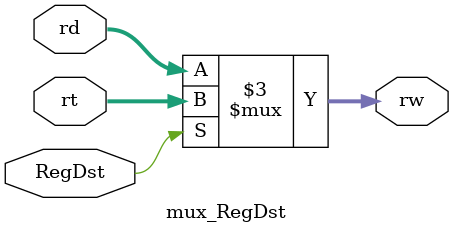
<source format=v>
`timescale 1ns / 1ps
module mux_RegDst(
	rd, rt, RegDst, 
	rw
    );
	input [4:0]rd, rt;
	input RegDst;
	output reg [4:0]rw;
	always@(*)begin
		if(RegDst) rw = rt;
		else rw = rd;
	end
endmodule

</source>
